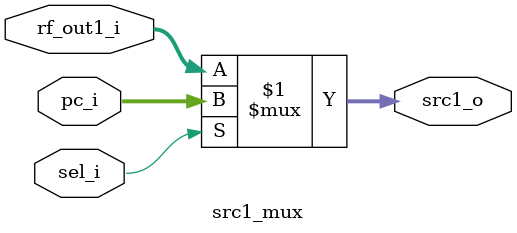
<source format=sv>
module src1_mux(
    input  logic [31:0] rf_out1_i,
    input  logic [31:0] pc_i,
    input  logic        sel_i,
    output logic [31:0] src1_o
    );
    
    assign src1_o = sel_i ? pc_i : rf_out1_i;
endmodule

</source>
